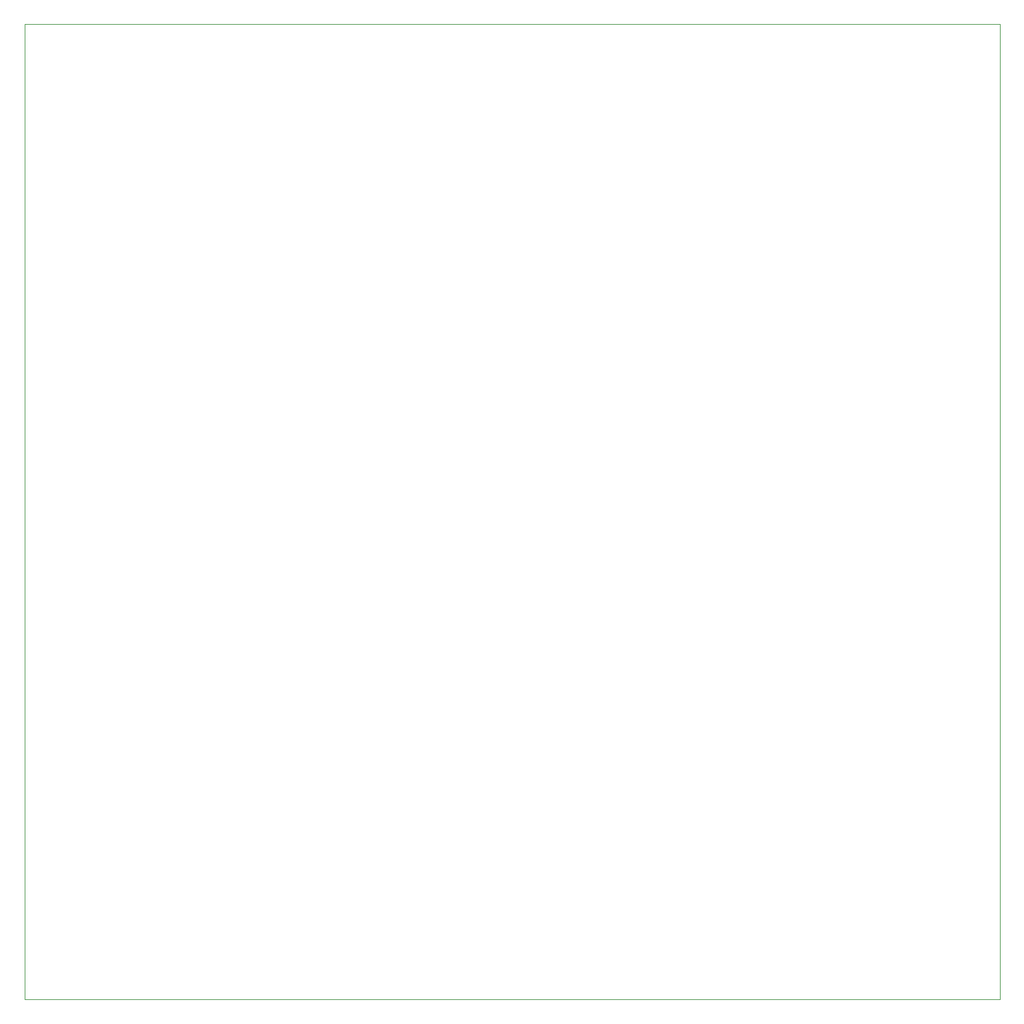
<source format=gbr>
%TF.GenerationSoftware,Altium Limited,Altium Designer,18.1.7 (191)*%
G04 Layer_Color=0*
%FSLAX26Y26*%
%MOIN*%
%TF.FileFunction,Profile,NP*%
%TF.Part,Single*%
G01*
G75*
%TA.AperFunction,Profile*%
%ADD51C,0.001000*%
D51*
X5000000D01*
Y5000000D01*
X0D01*
Y0D01*
%TF.MD5,613f6a1f15a192a65566b9272921d112*%
M02*

</source>
